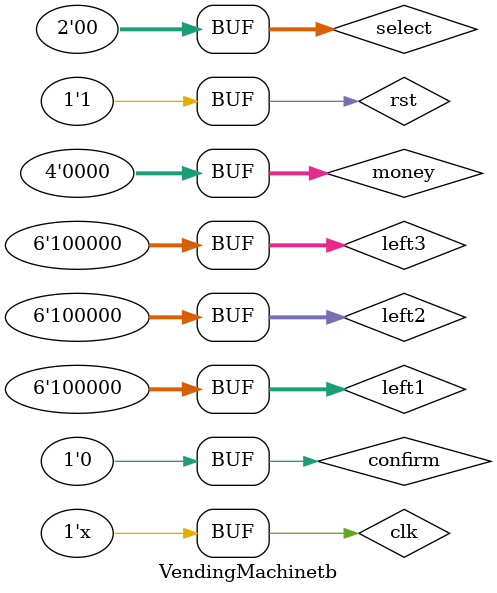
<source format=v>
`timescale 1ns/1ns


module VendingMachinetb;
  //input signal line  
  reg clk;
  reg rst;
  reg [1:0] select;//品項選擇
  reg confirm;//確認鍵
  reg [5:0] left1,left2,left3;//所剩貨物量
  reg [3:0] money;//顧客投入金額

  //output signal line    
  wire[3:0] cstate;//現在狀態
  wire[3:0] timecount;//15秒
  wire[3:0] moneysum;//累積投入金額總數
  wire [3:0] change;//找零
  wire [1:0] product;//出貨
  wire[6:0] Dout1,Dout2;//七段顯示器輸出

  
  //Substitute into module VendingMachine
  VendingMachine v1(.clk(clk),.rst(rst),.select(select),.confirm(confirm),.left1(left1),.left2(left2),.left3(left3),.money(money),.cstate(cstate),.timecount(timecount),.moneysum(moneysum),.change(change),.product(product),.Dout1(Dout1),.Dout2(Dout2));
  
  initial
  begin
    clk=0;
    rst=0;
    select=2'b00;//品項選擇=0
    confirm=0;//確認鍵為否
    money=0;//顧客投入金額=0
    left1=32;//所剩貨物量=32
    left2=32;
    left3=32;
    //20ns後自動販賣機開始啟動
    #20 rst=1;
  end
  
 always
  begin
    //每10ns clk 從1->0 or 從0->1
    #10 clk=~clk;
  end
  


  //Note:每次輸入，10ns之後販賣機系統必須將剛剛的輸入自動初始化，
  //以免系統一直存著剛剛的輸入，導致商品持續出貨或找零

  initial
  begin
    //情況一:不找零
    #20 select=2'b01;//選擇品項1
    #10 select=2'b00;//初始化
        confirm=1;//確認
    #10 confirm=0;//初始化
    #40 money=1;//投入1元
    #10 money=0;//初始化
    #10 money=1;//投入1元
    #10 money=0;//初始化
    #10 money=1;//投入1元
    #10 money=0;//初始化
    //情況二:未在15s內投幣
    #140 select=2'b01;//選擇品項1
    #10  select=2'b00;//初始化
         confirm=1;//確認
    #10  confirm=0;//初始化
    #400;//15s內未投幣
    //情況三:選擇未確認
    #20 select=2'b11;//選擇品項3
    #10  select=2'b00;//初始化
         confirm=0;//未確認
    //情況四:找零
    #20 select=2'b10;//選擇品項2
    #10  select=2'b00;//初始化
         confirm=1;//確認
    #10  confirm=0;//初始化
    #40  money=10;//投入10元
    #10  money=0;//初始化
  end
  
endmodule
</source>
